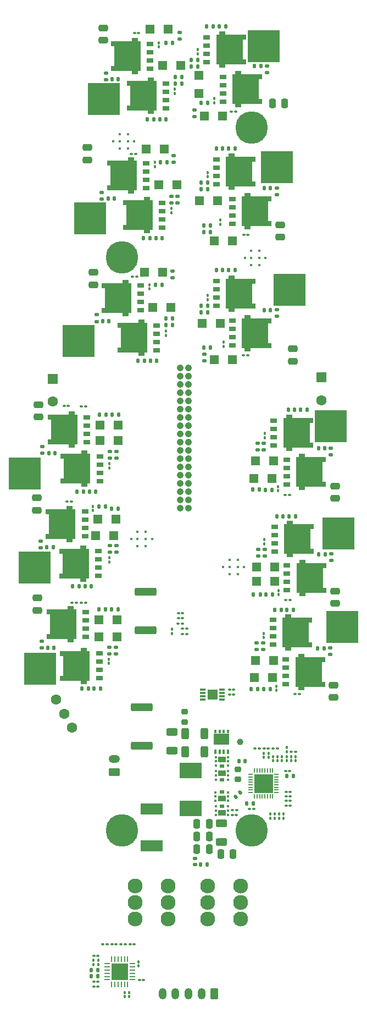
<source format=gts>
G04 #@! TF.GenerationSoftware,KiCad,Pcbnew,7.0.2-0*
G04 #@! TF.CreationDate,2023-10-14T11:26:59-07:00*
G04 #@! TF.ProjectId,high-power,68696768-2d70-46f7-9765-722e6b696361,rev?*
G04 #@! TF.SameCoordinates,Original*
G04 #@! TF.FileFunction,Soldermask,Top*
G04 #@! TF.FilePolarity,Negative*
%FSLAX46Y46*%
G04 Gerber Fmt 4.6, Leading zero omitted, Abs format (unit mm)*
G04 Created by KiCad (PCBNEW 7.0.2-0) date 2023-10-14 11:26:59*
%MOMM*%
%LPD*%
G01*
G04 APERTURE LIST*
G04 Aperture macros list*
%AMRoundRect*
0 Rectangle with rounded corners*
0 $1 Rounding radius*
0 $2 $3 $4 $5 $6 $7 $8 $9 X,Y pos of 4 corners*
0 Add a 4 corners polygon primitive as box body*
4,1,4,$2,$3,$4,$5,$6,$7,$8,$9,$2,$3,0*
0 Add four circle primitives for the rounded corners*
1,1,$1+$1,$2,$3*
1,1,$1+$1,$4,$5*
1,1,$1+$1,$6,$7*
1,1,$1+$1,$8,$9*
0 Add four rect primitives between the rounded corners*
20,1,$1+$1,$2,$3,$4,$5,0*
20,1,$1+$1,$4,$5,$6,$7,0*
20,1,$1+$1,$6,$7,$8,$9,0*
20,1,$1+$1,$8,$9,$2,$3,0*%
%AMFreePoly0*
4,1,39,-1.529965,2.502535,-1.529950,2.502500,-1.529950,2.027500,1.529950,2.027500,1.529950,2.502500,1.529965,2.502535,1.530000,2.502550,2.280000,2.502550,2.280035,2.502535,2.280050,2.502500,2.280050,2.027500,2.280035,2.027465,2.280000,2.027450,2.280000,-0.697450,2.775000,-0.697450,2.775035,-0.697465,2.775050,-0.697500,2.775050,-1.602500,2.775035,-1.602535,2.775000,-1.602550,
2.280000,-1.602550,2.280000,-2.027500,-2.280000,-2.027500,-2.280000,-1.602550,-2.775000,-1.602550,-2.775035,-1.602535,-2.775050,-1.602500,-2.775050,-0.697500,-2.775035,-0.697465,-2.775000,-0.697450,-2.280000,-0.697450,-2.280000,2.027450,-2.280035,2.027465,-2.280050,2.027500,-2.280050,2.502500,-2.280035,2.502535,-2.280000,2.502550,-1.530000,2.502550,-1.529965,2.502535,-1.529965,2.502535,
$1*%
G04 Aperture macros list end*
%ADD10RoundRect,0.100000X-0.600000X-0.600000X0.600000X-0.600000X0.600000X0.600000X-0.600000X0.600000X0*%
%ADD11RoundRect,0.100000X0.600000X0.600000X-0.600000X0.600000X-0.600000X-0.600000X0.600000X-0.600000X0*%
%ADD12RoundRect,0.100000X0.100000X-0.130000X0.100000X0.130000X-0.100000X0.130000X-0.100000X-0.130000X0*%
%ADD13RoundRect,0.135000X0.185000X-0.135000X0.185000X0.135000X-0.185000X0.135000X-0.185000X-0.135000X0*%
%ADD14C,0.800000*%
%ADD15C,5.000000*%
%ADD16RoundRect,0.135000X0.135000X0.185000X-0.135000X0.185000X-0.135000X-0.185000X0.135000X-0.185000X0*%
%ADD17RoundRect,0.135000X-0.135000X-0.185000X0.135000X-0.185000X0.135000X0.185000X-0.135000X0.185000X0*%
%ADD18R,5.000000X5.000000*%
%ADD19RoundRect,0.100000X-0.130000X-0.100000X0.130000X-0.100000X0.130000X0.100000X-0.130000X0.100000X0*%
%ADD20RoundRect,0.250000X-0.625000X0.312500X-0.625000X-0.312500X0.625000X-0.312500X0.625000X0.312500X0*%
%ADD21RoundRect,0.135000X-0.185000X0.135000X-0.185000X-0.135000X0.185000X-0.135000X0.185000X0.135000X0*%
%ADD22RoundRect,0.140000X0.140000X0.170000X-0.140000X0.170000X-0.140000X-0.170000X0.140000X-0.170000X0*%
%ADD23RoundRect,0.250000X1.425000X-0.362500X1.425000X0.362500X-1.425000X0.362500X-1.425000X-0.362500X0*%
%ADD24RoundRect,0.250000X0.475000X-0.250000X0.475000X0.250000X-0.475000X0.250000X-0.475000X-0.250000X0*%
%ADD25R,1.000000X0.750000*%
%ADD26FreePoly0,270.000000*%
%ADD27RoundRect,0.250000X-0.475000X0.250000X-0.475000X-0.250000X0.475000X-0.250000X0.475000X0.250000X0*%
%ADD28RoundRect,0.100000X0.130000X0.100000X-0.130000X0.100000X-0.130000X-0.100000X0.130000X-0.100000X0*%
%ADD29RoundRect,0.100000X-0.100000X0.130000X-0.100000X-0.130000X0.100000X-0.130000X0.100000X0.130000X0*%
%ADD30RoundRect,0.225000X0.250000X-0.225000X0.250000X0.225000X-0.250000X0.225000X-0.250000X-0.225000X0*%
%ADD31RoundRect,0.100000X-0.600000X0.600000X-0.600000X-0.600000X0.600000X-0.600000X0.600000X0.600000X0*%
%ADD32FreePoly0,90.000000*%
%ADD33RoundRect,0.250000X-0.250000X-0.475000X0.250000X-0.475000X0.250000X0.475000X-0.250000X0.475000X0*%
%ADD34R,0.420000X0.540000*%
%ADD35R,2.370000X1.710000*%
%ADD36R,0.420000X0.700000*%
%ADD37RoundRect,0.140000X-0.140000X-0.170000X0.140000X-0.170000X0.140000X0.170000X-0.140000X0.170000X0*%
%ADD38RoundRect,0.140000X0.170000X-0.140000X0.170000X0.140000X-0.170000X0.140000X-0.170000X-0.140000X0*%
%ADD39R,0.425000X0.400000*%
%ADD40R,1.150000X0.950000*%
%ADD41R,0.800000X0.480000*%
%ADD42R,0.850000X0.300000*%
%ADD43R,1.600000X1.600000*%
%ADD44RoundRect,0.140000X0.021213X-0.219203X0.219203X-0.021213X-0.021213X0.219203X-0.219203X0.021213X0*%
%ADD45RoundRect,0.250000X0.625000X-0.312500X0.625000X0.312500X-0.625000X0.312500X-0.625000X-0.312500X0*%
%ADD46RoundRect,0.250000X0.312500X0.625000X-0.312500X0.625000X-0.312500X-0.625000X0.312500X-0.625000X0*%
%ADD47R,3.429000X2.413000*%
%ADD48RoundRect,0.250000X0.250000X0.475000X-0.250000X0.475000X-0.250000X-0.475000X0.250000X-0.475000X0*%
%ADD49RoundRect,0.062500X-0.350000X-0.062500X0.350000X-0.062500X0.350000X0.062500X-0.350000X0.062500X0*%
%ADD50RoundRect,0.062500X-0.062500X-0.350000X0.062500X-0.350000X0.062500X0.350000X-0.062500X0.350000X0*%
%ADD51R,2.600000X2.600000*%
%ADD52RoundRect,0.050000X0.050000X-0.300000X0.050000X0.300000X-0.050000X0.300000X-0.050000X-0.300000X0*%
%ADD53RoundRect,0.050000X0.300000X-0.050000X0.300000X0.050000X-0.300000X0.050000X-0.300000X-0.050000X0*%
%ADD54R,2.900000X2.900000*%
%ADD55R,3.400000X1.800000*%
%ADD56C,1.000000*%
%ADD57C,1.600000*%
%ADD58C,2.300000*%
%ADD59C,1.050000*%
%ADD60C,0.450000*%
%ADD61RoundRect,0.250000X0.350000X0.625000X-0.350000X0.625000X-0.350000X-0.625000X0.350000X-0.625000X0*%
%ADD62O,1.200000X1.750000*%
%ADD63RoundRect,0.250000X0.625000X-0.350000X0.625000X0.350000X-0.625000X0.350000X-0.625000X-0.350000X0*%
%ADD64O,1.750000X1.200000*%
G04 APERTURE END LIST*
D10*
X52660500Y-74275000D03*
X55460500Y-74275000D03*
D11*
X45987500Y-66220000D03*
X43187500Y-66220000D03*
X37838000Y-86695000D03*
X35038000Y-86695000D03*
D10*
X50778000Y-68695000D03*
X53578000Y-68695000D03*
D12*
X62410000Y-135990000D03*
X62410000Y-135350000D03*
X38840000Y-172300000D03*
X38840000Y-171660000D03*
D13*
X51128000Y-74375000D03*
X51128000Y-73355000D03*
D10*
X51170500Y-36735000D03*
X53970500Y-36735000D03*
D14*
X36533618Y-58479406D03*
X37082793Y-57153581D03*
X37082793Y-59805231D03*
X38408618Y-56604406D03*
D15*
X38408618Y-58479406D03*
D14*
X38408618Y-60354406D03*
X39734443Y-57153581D03*
X39734443Y-59805231D03*
X40283618Y-58479406D03*
D16*
X55898000Y-60465000D03*
X54878000Y-60465000D03*
D17*
X45200000Y-67930000D03*
X46220000Y-67930000D03*
D14*
X69964500Y-99185000D03*
X69964500Y-100985000D03*
X69964500Y-102785000D03*
X71764500Y-99185000D03*
X71764500Y-100985000D03*
D18*
X71764500Y-100985000D03*
D14*
X71764500Y-102785000D03*
X73564500Y-99185000D03*
X73564500Y-100985000D03*
X73564500Y-102785000D03*
D19*
X63720000Y-140780000D03*
X64360000Y-140780000D03*
D20*
X46180000Y-131535000D03*
X46180000Y-134460000D03*
D21*
X35332000Y-48485000D03*
X35332000Y-49505000D03*
D19*
X41120000Y-169710000D03*
X41760000Y-169710000D03*
D22*
X52478000Y-22935000D03*
X51518000Y-22935000D03*
D21*
X36515000Y-118490000D03*
X36515000Y-119510000D03*
D10*
X58740000Y-92530000D03*
X61540000Y-92530000D03*
D11*
X44720000Y-60740000D03*
X41920000Y-60740000D03*
D17*
X63810000Y-138370000D03*
X64830000Y-138370000D03*
D22*
X61328000Y-66595000D03*
X60368000Y-66595000D03*
D14*
X58440000Y-24150000D03*
X58440000Y-25950000D03*
X58440000Y-27750000D03*
X60240000Y-24150000D03*
X60240000Y-25950000D03*
D18*
X60240000Y-25950000D03*
D14*
X60240000Y-27750000D03*
X62040000Y-24150000D03*
X62040000Y-25950000D03*
X62040000Y-27750000D03*
X70574500Y-113615000D03*
X70574500Y-115415000D03*
X70574500Y-117215000D03*
X72374500Y-113615000D03*
X72374500Y-115415000D03*
D18*
X72374500Y-115415000D03*
D14*
X72374500Y-117215000D03*
X74174500Y-113615000D03*
X74174500Y-115415000D03*
X74174500Y-117215000D03*
D23*
X41450000Y-133680000D03*
X41450000Y-127755000D03*
D19*
X58940000Y-134110000D03*
X59580000Y-134110000D03*
D24*
X71270000Y-111780000D03*
X71270000Y-109880000D03*
D25*
X55468000Y-68255000D03*
X55468000Y-69525000D03*
X55468000Y-70795000D03*
X55468000Y-72065000D03*
D26*
X58960000Y-70160000D03*
D21*
X47300000Y-23850000D03*
X47300000Y-24870000D03*
D10*
X59157000Y-106135000D03*
X61957000Y-106135000D03*
D12*
X43482000Y-44485000D03*
X43482000Y-43845000D03*
D19*
X39690000Y-164220000D03*
X40330000Y-164220000D03*
D12*
X36405000Y-121020000D03*
X36405000Y-120380000D03*
D16*
X37825000Y-112680000D03*
X36805000Y-112680000D03*
D24*
X71300000Y-95600000D03*
X71300000Y-93700000D03*
D16*
X50100000Y-29080000D03*
X49080000Y-29080000D03*
X51608000Y-66945000D03*
X50588000Y-66945000D03*
X61534500Y-94350000D03*
X60514500Y-94350000D03*
D22*
X65020000Y-81940000D03*
X64060000Y-81940000D03*
D21*
X37570000Y-102880000D03*
X37570000Y-103900000D03*
D12*
X64520000Y-135990000D03*
X64520000Y-135350000D03*
D21*
X35948000Y-30095000D03*
X35948000Y-31115000D03*
D19*
X55460000Y-143610000D03*
X56100000Y-143610000D03*
D27*
X33120000Y-41580000D03*
X33120000Y-43480000D03*
D25*
X51516000Y-24600000D03*
X51516000Y-25870000D03*
X51516000Y-27140000D03*
X51516000Y-28410000D03*
D26*
X55008000Y-26505000D03*
D28*
X40700000Y-61460000D03*
X40060000Y-61460000D03*
D12*
X42670000Y-63340000D03*
X42670000Y-62700000D03*
D29*
X51620000Y-45440000D03*
X51620000Y-46080000D03*
D14*
X23180000Y-104470000D03*
X23180000Y-106270000D03*
X23180000Y-108070000D03*
X24980000Y-104470000D03*
X24980000Y-106270000D03*
D18*
X24980000Y-106270000D03*
D14*
X24980000Y-108070000D03*
X26780000Y-104470000D03*
X26780000Y-106270000D03*
X26780000Y-108070000D03*
D30*
X56270000Y-138835000D03*
X56270000Y-137285000D03*
D31*
X50270000Y-30500000D03*
X50270000Y-33300000D03*
D17*
X58325500Y-124935000D03*
X59345500Y-124935000D03*
D22*
X53968000Y-60475000D03*
X53008000Y-60475000D03*
D27*
X25350000Y-95510000D03*
X25350000Y-97410000D03*
D14*
X68784500Y-82675000D03*
X68784500Y-84475000D03*
X68784500Y-86275000D03*
X70584500Y-82675000D03*
X70584500Y-84475000D03*
D18*
X70584500Y-84475000D03*
D14*
X70584500Y-86275000D03*
X72384500Y-82675000D03*
X72384500Y-84475000D03*
X72384500Y-86275000D03*
D28*
X65190000Y-134620000D03*
X64550000Y-134620000D03*
D14*
X60520000Y-46450000D03*
D18*
X62320000Y-44650000D03*
D14*
X62320000Y-46450000D03*
X64120000Y-42850000D03*
X64120000Y-44650000D03*
X64120000Y-46450000D03*
D25*
X52998000Y-43395000D03*
X52998000Y-44665000D03*
X52998000Y-45935000D03*
X52998000Y-47205000D03*
D26*
X56490000Y-45300000D03*
D24*
X71030000Y-126260000D03*
X71030000Y-124360000D03*
D25*
X32872000Y-116890000D03*
X32872000Y-115620000D03*
X32872000Y-114350000D03*
X32872000Y-113080000D03*
D32*
X29380000Y-114985000D03*
D33*
X53650000Y-150320000D03*
X55550000Y-150320000D03*
D34*
X52820000Y-131502500D03*
X53470000Y-131502500D03*
D35*
X53795000Y-132627500D03*
D34*
X54120000Y-131502500D03*
X54770000Y-131502500D03*
D36*
X54770000Y-134582500D03*
X52820000Y-134582500D03*
X53470000Y-134582500D03*
X54120000Y-134582500D03*
D28*
X48390000Y-115670000D03*
X47750000Y-115670000D03*
D25*
X42152000Y-47805000D03*
X42152000Y-46535000D03*
X42152000Y-45265000D03*
X42152000Y-43995000D03*
D32*
X38660000Y-45900000D03*
D16*
X50100000Y-28080000D03*
X49080000Y-28080000D03*
D13*
X46020000Y-50120000D03*
X46020000Y-49100000D03*
D25*
X41340000Y-66660000D03*
X41340000Y-65390000D03*
X41340000Y-64120000D03*
X41340000Y-62850000D03*
D32*
X37848000Y-64755000D03*
D37*
X44260000Y-37270000D03*
X45220000Y-37270000D03*
D19*
X55010000Y-125820000D03*
X55650000Y-125820000D03*
D38*
X49680000Y-152000000D03*
X49680000Y-151040000D03*
D12*
X61960000Y-144815000D03*
X61960000Y-144175000D03*
D14*
X21690000Y-89970000D03*
X21690000Y-91770000D03*
X21690000Y-93570000D03*
X23490000Y-89970000D03*
X23490000Y-91770000D03*
D18*
X23490000Y-91770000D03*
D14*
X23490000Y-93570000D03*
X25290000Y-89970000D03*
X25290000Y-91770000D03*
X25290000Y-93570000D03*
D16*
X52098000Y-72405000D03*
X51078000Y-72405000D03*
D29*
X54138000Y-71575000D03*
X54138000Y-72215000D03*
D37*
X43662000Y-55535000D03*
X44622000Y-55535000D03*
D19*
X55010000Y-125060000D03*
X55650000Y-125060000D03*
D14*
X56533618Y-38479406D03*
X57082793Y-37153581D03*
X57082793Y-39805231D03*
X58408618Y-36604406D03*
D15*
X58408618Y-38479406D03*
D14*
X58408618Y-40354406D03*
X59734443Y-37153581D03*
X59734443Y-39805231D03*
X60283618Y-38479406D03*
D29*
X34060000Y-166730000D03*
X34060000Y-167370000D03*
D16*
X64877000Y-112745000D03*
X63857000Y-112745000D03*
D19*
X35485000Y-164220000D03*
X36125000Y-164220000D03*
D29*
X50100000Y-26525000D03*
X50100000Y-27165000D03*
D14*
X31740000Y-50680000D03*
X31740000Y-52480000D03*
X31740000Y-54280000D03*
X33540000Y-50680000D03*
D18*
X33540000Y-52480000D03*
D14*
X35340000Y-50680000D03*
D19*
X32190000Y-111680000D03*
X32830000Y-111680000D03*
D17*
X46630000Y-30710000D03*
X47650000Y-30710000D03*
D16*
X61654500Y-110435000D03*
X60634500Y-110435000D03*
D22*
X69562000Y-118680000D03*
X68602000Y-118680000D03*
D16*
X66945000Y-81945000D03*
X65925000Y-81945000D03*
D37*
X27158000Y-88630000D03*
X28118000Y-88630000D03*
D19*
X57210000Y-55010000D03*
X57850000Y-55010000D03*
D10*
X50350000Y-49790000D03*
X53150000Y-49790000D03*
D29*
X60434500Y-85610000D03*
X60434500Y-86250000D03*
D14*
X33840000Y-32340000D03*
X33840000Y-34140000D03*
X33840000Y-35940000D03*
X35640000Y-32340000D03*
X35640000Y-34140000D03*
D18*
X35640000Y-34140000D03*
D14*
X37440000Y-32340000D03*
X37440000Y-34140000D03*
D16*
X51620000Y-47020000D03*
X50600000Y-47020000D03*
D29*
X52648000Y-34035000D03*
X52648000Y-34675000D03*
D12*
X63110000Y-135990000D03*
X63110000Y-135350000D03*
D21*
X46370000Y-42820000D03*
X46370000Y-43840000D03*
D37*
X35480000Y-68320000D03*
X36440000Y-68320000D03*
D21*
X34520000Y-67340000D03*
X34520000Y-68360000D03*
D19*
X63614500Y-95035000D03*
X64254500Y-95035000D03*
D21*
X36608000Y-88375000D03*
X36608000Y-89395000D03*
D13*
X59454500Y-104485000D03*
X59454500Y-103465000D03*
D29*
X60380000Y-101940000D03*
X60380000Y-102580000D03*
X63370000Y-144175000D03*
X63370000Y-144815000D03*
D12*
X45200000Y-70490000D03*
X45200000Y-69850000D03*
D17*
X57660000Y-142560000D03*
X58680000Y-142560000D03*
D22*
X61320000Y-47850000D03*
X60360000Y-47850000D03*
D28*
X30168000Y-81395000D03*
X29528000Y-81395000D03*
X47780000Y-113240000D03*
X47140000Y-113240000D03*
D19*
X55450000Y-144360000D03*
X56090000Y-144360000D03*
D17*
X34885000Y-112680000D03*
X35905000Y-112680000D03*
D16*
X65184500Y-98375000D03*
X64164500Y-98375000D03*
D28*
X47780000Y-114050000D03*
X47140000Y-114050000D03*
D16*
X37918000Y-82710000D03*
X36898000Y-82710000D03*
D17*
X46630000Y-31710000D03*
X47650000Y-31710000D03*
D19*
X63720000Y-141480000D03*
X64360000Y-141480000D03*
D27*
X34010000Y-60810000D03*
X34010000Y-62710000D03*
D17*
X34978000Y-82710000D03*
X35998000Y-82710000D03*
D16*
X54408000Y-22925000D03*
X53388000Y-22925000D03*
D17*
X33680000Y-169190000D03*
X34700000Y-169190000D03*
D25*
X33010000Y-86920000D03*
X33010000Y-85650000D03*
X33010000Y-84380000D03*
X33010000Y-83110000D03*
D32*
X29518000Y-85015000D03*
D25*
X61952500Y-99940000D03*
X61952500Y-101210000D03*
X61952500Y-102480000D03*
X61952500Y-103750000D03*
D26*
X65444500Y-101845000D03*
D21*
X37598000Y-88375000D03*
X37598000Y-89395000D03*
D30*
X48090000Y-130015000D03*
X48090000Y-128465000D03*
D11*
X37647500Y-116900000D03*
X34847500Y-116900000D03*
D13*
X49638000Y-36835000D03*
X49638000Y-35815000D03*
D21*
X26198000Y-87650000D03*
X26198000Y-88670000D03*
D13*
X59314500Y-88135000D03*
X59314500Y-87115000D03*
D25*
X42768000Y-29415000D03*
X42768000Y-28145000D03*
X42768000Y-26875000D03*
X42768000Y-25605000D03*
D32*
X39276000Y-27510000D03*
D11*
X37150000Y-101310000D03*
X34350000Y-101310000D03*
D14*
X33570000Y-73150000D03*
X33570000Y-71350000D03*
X33570000Y-69550000D03*
X31770000Y-73150000D03*
X31770000Y-71350000D03*
D18*
X31770000Y-71350000D03*
D14*
X31770000Y-69550000D03*
X29970000Y-73150000D03*
X29970000Y-71350000D03*
X29970000Y-69550000D03*
D13*
X60454500Y-104485000D03*
X60454500Y-103465000D03*
D27*
X25568000Y-81175000D03*
X25568000Y-83075000D03*
D39*
X52872500Y-142157500D03*
X54747500Y-142157500D03*
D40*
X53810000Y-141832500D03*
D39*
X52872500Y-141507500D03*
X54747500Y-141507500D03*
X54747500Y-140857500D03*
X52872500Y-140857500D03*
D41*
X53810000Y-140807500D03*
D10*
X59154500Y-108405000D03*
X61954500Y-108405000D03*
D42*
X50920000Y-125060000D03*
X50920000Y-125560000D03*
X50920000Y-126060000D03*
X50920000Y-126560000D03*
X53820000Y-126560000D03*
X53820000Y-126060000D03*
X53820000Y-125560000D03*
X53820000Y-125060000D03*
D43*
X52370000Y-125810000D03*
D14*
X24002000Y-119990000D03*
X24002000Y-121790000D03*
X24002000Y-123590000D03*
X25802000Y-119990000D03*
X25802000Y-121790000D03*
D18*
X25802000Y-121790000D03*
D14*
X25802000Y-123590000D03*
X27602000Y-119990000D03*
X27602000Y-121790000D03*
X27602000Y-123590000D03*
X62480000Y-65250000D03*
X64280000Y-61650000D03*
X64280000Y-63450000D03*
D18*
X64280000Y-63450000D03*
D14*
X64280000Y-65250000D03*
X66080000Y-61650000D03*
X66080000Y-63450000D03*
X66080000Y-65250000D03*
D13*
X70522000Y-119660000D03*
X70522000Y-118640000D03*
D17*
X43600000Y-62700000D03*
X44620000Y-62700000D03*
D37*
X27020000Y-118600000D03*
X27980000Y-118600000D03*
D22*
X62954500Y-112745000D03*
X61994500Y-112745000D03*
D23*
X42110000Y-115902500D03*
X42110000Y-109977500D03*
D17*
X45200000Y-68930000D03*
X46220000Y-68930000D03*
D16*
X51580000Y-151960000D03*
X50560000Y-151960000D03*
X51630000Y-34690000D03*
X50610000Y-34690000D03*
D11*
X46890000Y-47340000D03*
X44090000Y-47340000D03*
D12*
X33950000Y-97470000D03*
X33950000Y-96830000D03*
D17*
X45210000Y-25460000D03*
X46230000Y-25460000D03*
D25*
X63710000Y-120390000D03*
X63710000Y-121660000D03*
X63710000Y-122930000D03*
X63710000Y-124200000D03*
D26*
X67202000Y-122295000D03*
D12*
X44098000Y-26095000D03*
X44098000Y-25455000D03*
D37*
X56440000Y-136040000D03*
X57400000Y-136040000D03*
D16*
X37860000Y-97190000D03*
X36840000Y-97190000D03*
D11*
X44959500Y-41785000D03*
X42159500Y-41785000D03*
D29*
X61710000Y-135350000D03*
X61710000Y-135990000D03*
D44*
X55940589Y-141559411D03*
X56619411Y-140880589D03*
D13*
X70692000Y-105180000D03*
X70692000Y-104160000D03*
D12*
X60310000Y-135485000D03*
X60310000Y-134845000D03*
D17*
X40920000Y-74400000D03*
X41940000Y-74400000D03*
X32220000Y-124905000D03*
X33240000Y-124905000D03*
D21*
X25920000Y-102155000D03*
X25920000Y-103175000D03*
D19*
X34100000Y-170720000D03*
X34740000Y-170720000D03*
D11*
X37500000Y-98815000D03*
X34700000Y-98815000D03*
D16*
X51620000Y-48020000D03*
X50600000Y-48020000D03*
D12*
X46020000Y-51640000D03*
X46020000Y-51000000D03*
D11*
X37640000Y-114280000D03*
X34840000Y-114280000D03*
D37*
X42850000Y-74390000D03*
X43810000Y-74390000D03*
D28*
X41018000Y-23915000D03*
X40378000Y-23915000D03*
D29*
X46180000Y-115730000D03*
X46180000Y-116370000D03*
D13*
X59174500Y-118885000D03*
X59174500Y-117865000D03*
D25*
X55460000Y-49510000D03*
X55460000Y-50780000D03*
X55460000Y-52050000D03*
X55460000Y-53320000D03*
D26*
X58952000Y-51415000D03*
D17*
X44380000Y-43840000D03*
X45400000Y-43840000D03*
D25*
X53978000Y-30715000D03*
X53978000Y-31985000D03*
X53978000Y-33255000D03*
X53978000Y-34525000D03*
D26*
X57470000Y-32620000D03*
D45*
X53750000Y-148522500D03*
X53750000Y-145597500D03*
D13*
X60174500Y-118885000D03*
X60174500Y-117865000D03*
D29*
X60294500Y-116375000D03*
X60294500Y-117015000D03*
D27*
X35600000Y-23150000D03*
X35600000Y-25050000D03*
D11*
X45575500Y-23395000D03*
X42775500Y-23395000D03*
D29*
X62237000Y-124510000D03*
X62237000Y-125150000D03*
D46*
X51122500Y-131850000D03*
X48197500Y-131850000D03*
D22*
X53960000Y-41730000D03*
X53000000Y-41730000D03*
D19*
X38290000Y-164220000D03*
X38930000Y-164220000D03*
D11*
X47497500Y-28940000D03*
X44697500Y-28940000D03*
D19*
X63720000Y-142180000D03*
X64360000Y-142180000D03*
D37*
X34145000Y-124910000D03*
X35105000Y-124910000D03*
D10*
X58864500Y-123145000D03*
X61664500Y-123145000D03*
D25*
X35020000Y-92930000D03*
X35020000Y-91660000D03*
X35020000Y-90390000D03*
X35020000Y-89120000D03*
D32*
X31528000Y-91025000D03*
D47*
X49060000Y-143371000D03*
X49060000Y-137529000D03*
D13*
X47010000Y-50120000D03*
X47010000Y-49100000D03*
D12*
X34770000Y-167380000D03*
X34770000Y-166740000D03*
D24*
X62790000Y-55360000D03*
X62790000Y-53460000D03*
D17*
X42330000Y-37280000D03*
X43350000Y-37280000D03*
D48*
X51870000Y-149630000D03*
X49970000Y-149630000D03*
D28*
X34740000Y-170020000D03*
X34100000Y-170020000D03*
D25*
X61734500Y-114295000D03*
X61734500Y-115565000D03*
X61734500Y-116835000D03*
X61734500Y-118105000D03*
D26*
X65226500Y-116200000D03*
D22*
X69732000Y-104200000D03*
X68772000Y-104200000D03*
D49*
X36132500Y-167200000D03*
X36132500Y-167700000D03*
X36132500Y-168200000D03*
X36132500Y-168700000D03*
X36132500Y-169200000D03*
X36132500Y-169700000D03*
D50*
X36820000Y-170387500D03*
X37320000Y-170387500D03*
X37820000Y-170387500D03*
X38320000Y-170387500D03*
X38820000Y-170387500D03*
X39320000Y-170387500D03*
D49*
X40007500Y-169700000D03*
X40007500Y-169200000D03*
X40007500Y-168700000D03*
X40007500Y-168200000D03*
X40007500Y-167700000D03*
X40007500Y-167200000D03*
D50*
X39320000Y-166512500D03*
X38820000Y-166512500D03*
X38320000Y-166512500D03*
X37820000Y-166512500D03*
X37320000Y-166512500D03*
X36820000Y-166512500D03*
D51*
X38070000Y-168450000D03*
D19*
X32208000Y-81450000D03*
X32848000Y-81450000D03*
D12*
X63820000Y-134580000D03*
X63820000Y-133940000D03*
D27*
X25430000Y-110920000D03*
X25430000Y-112820000D03*
D10*
X59032500Y-89800000D03*
X61832500Y-89800000D03*
D52*
X58860000Y-141490000D03*
X59260000Y-141490000D03*
X59660000Y-141490000D03*
X60060000Y-141490000D03*
X60460000Y-141490000D03*
X60860000Y-141490000D03*
X61260000Y-141490000D03*
X61660000Y-141490000D03*
D53*
X62260000Y-140890000D03*
X62260000Y-140490000D03*
X62260000Y-140090000D03*
X62260000Y-139690000D03*
X62260000Y-139290000D03*
X62260000Y-138890000D03*
X62260000Y-138490000D03*
X62260000Y-138090000D03*
D52*
X61660000Y-137490000D03*
X61260000Y-137490000D03*
X60860000Y-137490000D03*
X60460000Y-137490000D03*
X60060000Y-137490000D03*
X59660000Y-137490000D03*
X59260000Y-137490000D03*
X58860000Y-137490000D03*
D53*
X58260000Y-138090000D03*
X58260000Y-138490000D03*
X58260000Y-138890000D03*
X58260000Y-139290000D03*
X58260000Y-139690000D03*
X58260000Y-140090000D03*
X58260000Y-140490000D03*
X58260000Y-140890000D03*
D54*
X60260000Y-139490000D03*
D17*
X31483000Y-94550000D03*
X32503000Y-94550000D03*
D11*
X37840500Y-84310000D03*
X35040500Y-84310000D03*
D37*
X36292000Y-49465000D03*
X37252000Y-49465000D03*
D25*
X63880000Y-105910000D03*
X63880000Y-107180000D03*
X63880000Y-108450000D03*
X63880000Y-109720000D03*
D26*
X67372000Y-107815000D03*
D29*
X62480000Y-93770000D03*
X62480000Y-94410000D03*
D17*
X41732000Y-55545000D03*
X42752000Y-55545000D03*
X33680000Y-168230000D03*
X34700000Y-168230000D03*
D13*
X60314500Y-88135000D03*
X60314500Y-87115000D03*
D12*
X61010000Y-135485000D03*
X61010000Y-134845000D03*
D25*
X45230000Y-35530000D03*
X45230000Y-34260000D03*
X45230000Y-32990000D03*
X45230000Y-31720000D03*
D32*
X41738000Y-33625000D03*
D48*
X51870000Y-145700000D03*
X49970000Y-145700000D03*
D19*
X55320000Y-36050000D03*
X55960000Y-36050000D03*
D25*
X61832500Y-83620000D03*
X61832500Y-84890000D03*
X61832500Y-86160000D03*
X61832500Y-87430000D03*
D26*
X65324500Y-85525000D03*
D19*
X65110000Y-125720000D03*
X65750000Y-125720000D03*
D25*
X43802000Y-72775000D03*
X43802000Y-71505000D03*
X43802000Y-70235000D03*
X43802000Y-68965000D03*
D32*
X40310000Y-70870000D03*
D19*
X57190000Y-73590000D03*
X57830000Y-73590000D03*
D16*
X55890000Y-41720000D03*
X54870000Y-41720000D03*
D21*
X36580000Y-102880000D03*
X36580000Y-103900000D03*
X37515000Y-118490000D03*
X37515000Y-119510000D03*
D10*
X52650000Y-55940000D03*
X55450000Y-55940000D03*
D46*
X51112500Y-134620000D03*
X48187500Y-134620000D03*
D19*
X34100000Y-166000000D03*
X34740000Y-166000000D03*
D28*
X30610000Y-96050000D03*
X29970000Y-96050000D03*
D12*
X36488000Y-90885000D03*
X36488000Y-90245000D03*
D19*
X63725000Y-142880000D03*
X64365000Y-142880000D03*
D12*
X63810000Y-135990000D03*
X63810000Y-135350000D03*
D19*
X63704500Y-111245000D03*
X64344500Y-111245000D03*
D28*
X62380000Y-134110000D03*
X61740000Y-134110000D03*
D16*
X52090000Y-53600000D03*
X51070000Y-53600000D03*
D29*
X53580000Y-52740000D03*
X53580000Y-53380000D03*
D22*
X69682000Y-87900000D03*
X68722000Y-87900000D03*
D19*
X60340000Y-134115000D03*
X60980000Y-134115000D03*
D22*
X59838000Y-29055000D03*
X58878000Y-29055000D03*
D55*
X43020000Y-149100000D03*
X43020000Y-143400000D03*
D16*
X51608000Y-65945000D03*
X50588000Y-65945000D03*
D39*
X54757500Y-137610000D03*
X52882500Y-137610000D03*
D40*
X53820000Y-137935000D03*
D39*
X54757500Y-138260000D03*
X52882500Y-138260000D03*
X52882500Y-138910000D03*
X54757500Y-138910000D03*
D41*
X53820000Y-138960000D03*
D13*
X70642000Y-88880000D03*
X70642000Y-87860000D03*
D21*
X46240000Y-60570000D03*
X46240000Y-61590000D03*
D29*
X61260000Y-144175000D03*
X61260000Y-144815000D03*
D37*
X33408000Y-94555000D03*
X34368000Y-94555000D03*
D12*
X41020000Y-167570000D03*
X41020000Y-166930000D03*
D48*
X63530000Y-34770000D03*
X61630000Y-34770000D03*
D19*
X63650000Y-137550000D03*
X64290000Y-137550000D03*
D48*
X51870000Y-147670000D03*
X49970000Y-147670000D03*
D28*
X58720000Y-143380000D03*
X58080000Y-143380000D03*
D13*
X60798000Y-30035000D03*
X60798000Y-29015000D03*
D16*
X61270000Y-124930000D03*
X60250000Y-124930000D03*
D28*
X47750000Y-114860000D03*
X47110000Y-114860000D03*
D12*
X46560000Y-33260000D03*
X46560000Y-32620000D03*
D17*
X34900000Y-96810000D03*
X35920000Y-96810000D03*
D10*
X58974500Y-120595000D03*
X61774500Y-120595000D03*
D12*
X36460000Y-105400000D03*
X36460000Y-104760000D03*
X65220000Y-135990000D03*
X65220000Y-135350000D03*
D37*
X32775000Y-109165000D03*
X33735000Y-109165000D03*
D13*
X62280000Y-48830000D03*
X62280000Y-47810000D03*
D12*
X39540000Y-172300000D03*
X39540000Y-171660000D03*
D28*
X31370000Y-111680000D03*
X30730000Y-111680000D03*
D56*
X56680000Y-133080000D03*
D17*
X30850000Y-109160000D03*
X31870000Y-109160000D03*
D14*
X36533618Y-146729406D03*
X37082793Y-145403581D03*
X37082793Y-148055231D03*
X38408618Y-144854406D03*
D15*
X38408618Y-146729406D03*
D14*
X38408618Y-148604406D03*
X39734443Y-145403581D03*
X39734443Y-148055231D03*
X40283618Y-146729406D03*
D25*
X63830000Y-89610000D03*
X63830000Y-90880000D03*
X63830000Y-92150000D03*
X63830000Y-93420000D03*
D26*
X67322000Y-91515000D03*
D39*
X52875000Y-144317501D03*
X54750000Y-144317501D03*
D40*
X53812500Y-143992501D03*
D39*
X52875000Y-143667501D03*
X54750000Y-143667501D03*
X54750000Y-143017501D03*
X52875000Y-143017501D03*
D41*
X53812500Y-142967501D03*
D25*
X34802000Y-107545000D03*
X34802000Y-106275000D03*
X34802000Y-105005000D03*
X34802000Y-103735000D03*
D32*
X31310000Y-105640000D03*
D21*
X26060000Y-117620000D03*
X26060000Y-118640000D03*
D24*
X64740000Y-74470000D03*
X64740000Y-72570000D03*
D37*
X36908000Y-31075000D03*
X37868000Y-31075000D03*
D12*
X62660000Y-144815000D03*
X62660000Y-144175000D03*
D16*
X52090000Y-54600000D03*
X51070000Y-54600000D03*
D39*
X54752500Y-135437500D03*
X52877500Y-135437500D03*
D40*
X53815000Y-135762500D03*
D39*
X54752500Y-136087500D03*
X52877500Y-136087500D03*
X52877500Y-136737500D03*
X54752500Y-136737500D03*
D41*
X53815000Y-136787500D03*
D13*
X62288000Y-67575000D03*
X62288000Y-66555000D03*
D14*
X56533618Y-146729406D03*
X57082793Y-145403581D03*
X57082793Y-148055231D03*
X58408618Y-144854406D03*
D15*
X58408618Y-146729406D03*
D14*
X58408618Y-148604406D03*
X59734443Y-145403581D03*
X59734443Y-148055231D03*
X60283618Y-146729406D03*
D28*
X40550000Y-42540000D03*
X39910000Y-42540000D03*
D22*
X63252000Y-98375000D03*
X62292000Y-98375000D03*
D25*
X34927000Y-123275000D03*
X34927000Y-122005000D03*
X34927000Y-120735000D03*
X34927000Y-119465000D03*
D32*
X31435000Y-121370000D03*
D37*
X26880000Y-103135000D03*
X27840000Y-103135000D03*
D25*
X32732000Y-101425000D03*
X32732000Y-100155000D03*
X32732000Y-98885000D03*
X32732000Y-97615000D03*
D32*
X29240000Y-99520000D03*
D19*
X47750000Y-116480000D03*
X48390000Y-116480000D03*
D17*
X58714500Y-110435000D03*
X59734500Y-110435000D03*
D29*
X62574500Y-109795000D03*
X62574500Y-110435000D03*
D25*
X44614000Y-53920000D03*
X44614000Y-52650000D03*
X44614000Y-51380000D03*
X44614000Y-50110000D03*
D32*
X41122000Y-52015000D03*
D19*
X36885000Y-164220000D03*
X37525000Y-164220000D03*
D25*
X53006000Y-62140000D03*
X53006000Y-63410000D03*
X53006000Y-64680000D03*
X53006000Y-65950000D03*
D26*
X56498000Y-64045000D03*
D17*
X58594500Y-94245000D03*
X59614500Y-94245000D03*
D29*
X51608000Y-64375000D03*
X51608000Y-65015000D03*
D43*
X27770000Y-77197349D03*
D57*
X27770000Y-80697349D03*
D58*
X51610000Y-155250000D03*
X51610000Y-157790000D03*
X51610000Y-160330000D03*
X56690000Y-155250000D03*
X56690000Y-157790000D03*
X56690000Y-160330000D03*
D59*
X47450000Y-75530000D03*
X47450000Y-76800000D03*
X47450000Y-78070000D03*
X47450000Y-79340000D03*
X47450000Y-80610000D03*
X47450000Y-81880000D03*
X47450000Y-83150000D03*
X47450000Y-84420000D03*
X47450000Y-85690000D03*
X47450000Y-86960000D03*
X47450000Y-88230000D03*
X47450000Y-89500000D03*
X47450000Y-90770000D03*
X47450000Y-92040000D03*
X47450000Y-93310000D03*
X47450000Y-94580000D03*
X47450000Y-95850000D03*
X47450000Y-97120000D03*
X48720000Y-75530000D03*
X48720000Y-76800000D03*
X48720000Y-78070000D03*
X48720000Y-79340000D03*
X48720000Y-80610000D03*
X48720000Y-81880000D03*
X48720000Y-83150000D03*
X48720000Y-84420000D03*
X48720000Y-85690000D03*
X48720000Y-86960000D03*
X48720000Y-88230000D03*
X48720000Y-89500000D03*
X48720000Y-90770000D03*
X48720000Y-92040000D03*
X48720000Y-93310000D03*
X48720000Y-94580000D03*
X48720000Y-95850000D03*
X48720000Y-97120000D03*
D60*
X39330000Y-39520000D03*
X38080000Y-39520000D03*
X40305000Y-40620000D03*
X39330000Y-40620000D03*
X38080000Y-40620000D03*
X37105000Y-40620000D03*
X39330000Y-41720000D03*
X38080000Y-41720000D03*
D61*
X52680000Y-171890000D03*
D62*
X50680000Y-171890000D03*
X48680000Y-171890000D03*
X46680000Y-171890000D03*
X44680000Y-171890000D03*
D43*
X69210000Y-76967349D03*
D57*
X69210000Y-80467349D03*
X30756122Y-130920064D03*
X29506122Y-128755000D03*
X28256122Y-126589937D03*
D63*
X37260000Y-137730000D03*
D64*
X37260000Y-135730000D03*
D60*
X55020000Y-107260000D03*
X56270000Y-107260000D03*
X54045000Y-106160000D03*
X55020000Y-106160000D03*
X56270000Y-106160000D03*
X57245000Y-106160000D03*
X55020000Y-105060000D03*
X56270000Y-105060000D03*
D58*
X40450000Y-155280000D03*
X40450000Y-157820000D03*
X40450000Y-160360000D03*
X45530000Y-155280000D03*
X45530000Y-157820000D03*
X45530000Y-160360000D03*
D60*
X58345000Y-59720000D03*
X59595000Y-59720000D03*
X57370000Y-58620000D03*
X58345000Y-58620000D03*
X59595000Y-58620000D03*
X60570000Y-58620000D03*
X58345000Y-57520000D03*
X59595000Y-57520000D03*
X42100000Y-100720000D03*
X40850000Y-100720000D03*
X43075000Y-101820000D03*
X42100000Y-101820000D03*
X40850000Y-101820000D03*
X39875000Y-101820000D03*
X42100000Y-102920000D03*
X40850000Y-102920000D03*
M02*

</source>
